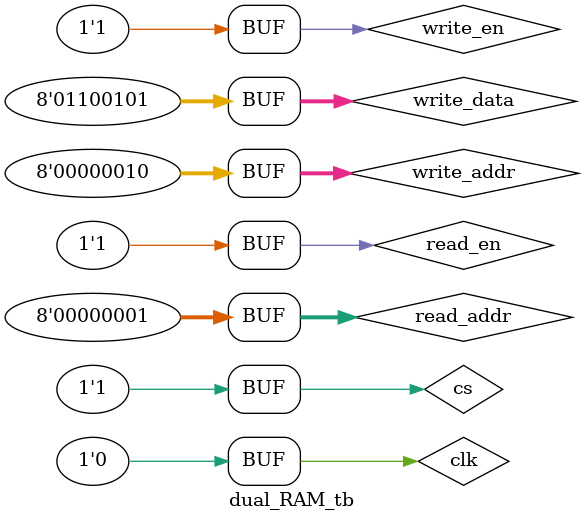
<source format=v>
module dual_RAM_tb ();
  reg  clk, cs, write_en, read_en;
  reg  [7:0] write_data;  // this is the connection to write data port
  reg  [7:0] write_addr;  // address to write to
  reg  [7:0] read_addr;   // address to read from
  wire [7:0] read_data;   // link to data returned to read
  
  // Instantiate the module to be tested
  dual_RAM synchronous(clk, write_en, write_addr, write_data, read_en, read_addr, cs, read_data);

  initial begin
    
  // set up initial conditions
    clk = 0      ;      cs = 0     ;    write_en = 1    ;   read_en = 0    ;   
    read_addr= 1 ;     write_addr= 1  ;  write_data= 100  ; 
    $display("clk cs write_en read_en read_addr write_addr read_data write_data");
    $monitor("%b  %b   %b     %b        %03d       %03d       %03d      %03d",
             clk, cs, write_en, read_en, read_addr, write_addr, read_data, write_data);
    
    // set up to write to 100 to [1] and disable read:
    cs <= 1;
    #5 $display("write 100 to [1]");
    // do a clock pulse
    #5 clk = ~clk             ;            #5 clk = ~clk              ;
    
    read_en <= 1;
    write_addr <= 2;
    write_data <= 101;
    #5 $display("write 101 to [2] and read from 1");
    // do a clock pulse
    #5 clk = ~clk              ;            #5 clk = ~clk              ;
    
  end
endmodule
</source>
